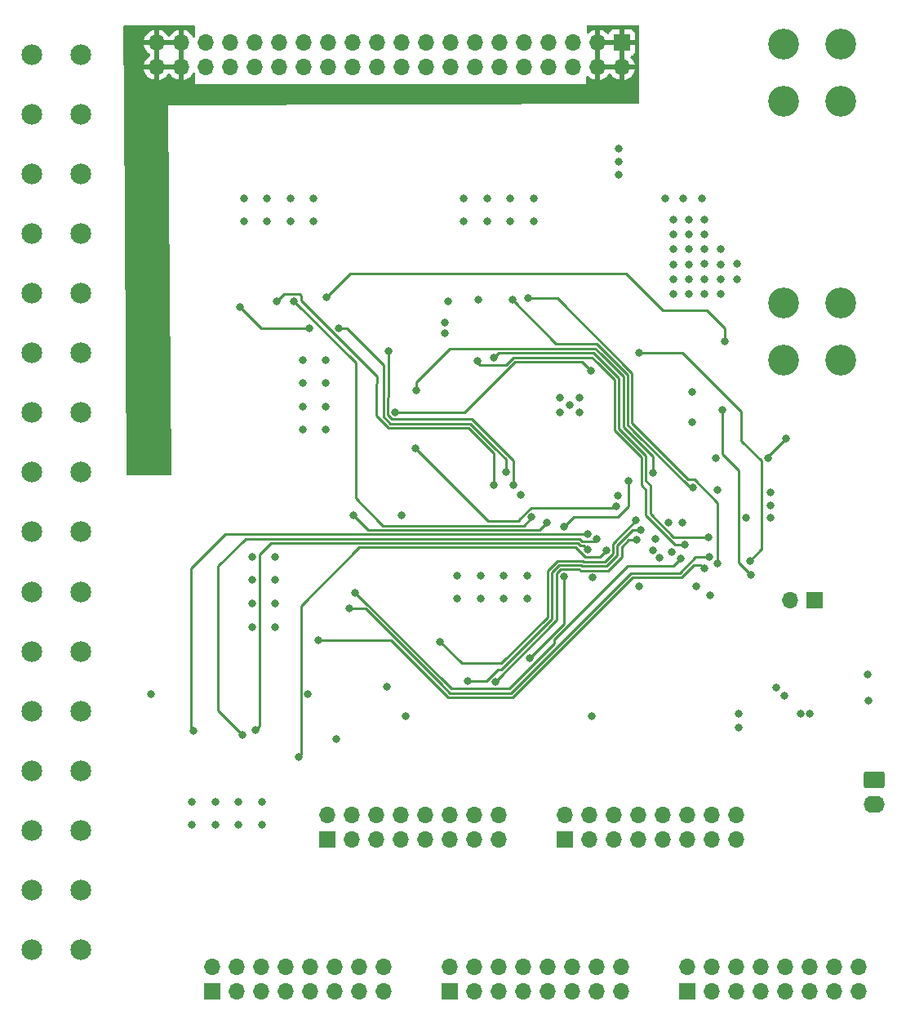
<source format=gbr>
%TF.GenerationSoftware,KiCad,Pcbnew,7.0.10*%
%TF.CreationDate,2024-04-30T00:05:14-07:00*%
%TF.ProjectId,control,636f6e74-726f-46c2-9e6b-696361645f70,A*%
%TF.SameCoordinates,Original*%
%TF.FileFunction,Copper,L4,Bot*%
%TF.FilePolarity,Positive*%
%FSLAX46Y46*%
G04 Gerber Fmt 4.6, Leading zero omitted, Abs format (unit mm)*
G04 Created by KiCad (PCBNEW 7.0.10) date 2024-04-30 00:05:14*
%MOMM*%
%LPD*%
G01*
G04 APERTURE LIST*
G04 Aperture macros list*
%AMRoundRect*
0 Rectangle with rounded corners*
0 $1 Rounding radius*
0 $2 $3 $4 $5 $6 $7 $8 $9 X,Y pos of 4 corners*
0 Add a 4 corners polygon primitive as box body*
4,1,4,$2,$3,$4,$5,$6,$7,$8,$9,$2,$3,0*
0 Add four circle primitives for the rounded corners*
1,1,$1+$1,$2,$3*
1,1,$1+$1,$4,$5*
1,1,$1+$1,$6,$7*
1,1,$1+$1,$8,$9*
0 Add four rect primitives between the rounded corners*
20,1,$1+$1,$2,$3,$4,$5,0*
20,1,$1+$1,$4,$5,$6,$7,0*
20,1,$1+$1,$6,$7,$8,$9,0*
20,1,$1+$1,$8,$9,$2,$3,0*%
G04 Aperture macros list end*
%TA.AperFunction,ComponentPad*%
%ADD10C,2.145000*%
%TD*%
%TA.AperFunction,ComponentPad*%
%ADD11R,1.700000X1.700000*%
%TD*%
%TA.AperFunction,ComponentPad*%
%ADD12O,1.700000X1.700000*%
%TD*%
%TA.AperFunction,ComponentPad*%
%ADD13C,3.200000*%
%TD*%
%TA.AperFunction,ComponentPad*%
%ADD14RoundRect,0.250000X-0.845000X0.620000X-0.845000X-0.620000X0.845000X-0.620000X0.845000X0.620000X0*%
%TD*%
%TA.AperFunction,ComponentPad*%
%ADD15O,2.190000X1.740000*%
%TD*%
%TA.AperFunction,ViaPad*%
%ADD16C,0.800000*%
%TD*%
%TA.AperFunction,Conductor*%
%ADD17C,0.250000*%
%TD*%
G04 APERTURE END LIST*
D10*
%TO.P,J27,1,P1*%
%TO.N,Net-(J27-P1-Pad1)*%
X83693000Y-94002800D03*
%TO.P,J27,2,P1*%
X88773000Y-94002800D03*
%TD*%
%TO.P,J26,1,P1*%
%TO.N,Net-(J26-P1-Pad1)*%
X83693000Y-87814400D03*
%TO.P,J26,2,P1*%
X88773000Y-87814400D03*
%TD*%
%TO.P,J25,1,P1*%
%TO.N,Net-(J25-P1-Pad1)*%
X83693000Y-81626000D03*
%TO.P,J25,2,P1*%
X88773000Y-81626000D03*
%TD*%
%TO.P,J24,1,P1*%
%TO.N,Net-(J24-P1-Pad1)*%
X83693000Y-75437600D03*
%TO.P,J24,2,P1*%
X88773000Y-75437600D03*
%TD*%
%TO.P,J23,1,P1*%
%TO.N,Net-(J23-P1-Pad1)*%
X83693000Y-69249200D03*
%TO.P,J23,2,P1*%
X88773000Y-69249200D03*
%TD*%
%TO.P,J22,1,P1*%
%TO.N,Net-(J22-P1-Pad1)*%
X83693000Y-63060800D03*
%TO.P,J22,2,P1*%
X88773000Y-63060800D03*
%TD*%
%TO.P,J21,1,P1*%
%TO.N,Net-(J21-P1-Pad1)*%
X83693000Y-56872400D03*
%TO.P,J21,2,P1*%
X88773000Y-56872400D03*
%TD*%
%TO.P,J20,1,P1*%
%TO.N,Net-(J20-P1-Pad1)*%
X83693000Y-50684000D03*
%TO.P,J20,2,P1*%
X88773000Y-50684000D03*
%TD*%
%TO.P,J19,1,P1*%
%TO.N,Net-(J19-P1-Pad1)*%
X83693000Y-143510000D03*
%TO.P,J19,2,P1*%
X88773000Y-143510000D03*
%TD*%
%TO.P,J18,1,P1*%
%TO.N,Net-(J18-P1-Pad1)*%
X83693000Y-137321600D03*
%TO.P,J18,2,P1*%
X88773000Y-137321600D03*
%TD*%
%TO.P,J17,1,P1*%
%TO.N,Net-(J17-P1-Pad1)*%
X83693000Y-131133200D03*
%TO.P,J17,2,P1*%
X88773000Y-131133200D03*
%TD*%
%TO.P,J16,1,P1*%
%TO.N,Net-(J16-P1-Pad1)*%
X83693000Y-124944800D03*
%TO.P,J16,2,P1*%
X88773000Y-124944800D03*
%TD*%
%TO.P,J15,1,P1*%
%TO.N,Net-(J15-P1-Pad1)*%
X83693000Y-118756400D03*
%TO.P,J15,2,P1*%
X88773000Y-118756400D03*
%TD*%
%TO.P,J14,1,P1*%
%TO.N,Net-(J14-P1-Pad1)*%
X83693000Y-112568000D03*
%TO.P,J14,2,P1*%
X88773000Y-112568000D03*
%TD*%
%TO.P,J13,1,P1*%
%TO.N,Net-(J13-P1-Pad1)*%
X83693000Y-106379600D03*
%TO.P,J13,2,P1*%
X88773000Y-106379600D03*
%TD*%
%TO.P,J12,1,P1*%
%TO.N,Net-(J12-P1-Pad1)*%
X83693000Y-100191200D03*
%TO.P,J12,2,P1*%
X88773000Y-100191200D03*
%TD*%
D11*
%TO.P,JP1,1,A*%
%TO.N,Net-(J11-VTref)*%
X164901800Y-107289600D03*
D12*
%TO.P,JP1,2,B*%
%TO.N,+3.3V*%
X162361800Y-107289600D03*
%TD*%
D13*
%TO.P,J2,1*%
%TO.N,GNDREF*%
X167566400Y-76466600D03*
X161696400Y-76466600D03*
X167566400Y-82336600D03*
X161696400Y-82336600D03*
%TD*%
D14*
%TO.P,J28,1,Pin_1*%
%TO.N,/RS485_B*%
X171074400Y-125933200D03*
D15*
%TO.P,J28,2,Pin_2*%
%TO.N,/RS485_A*%
X171074400Y-128473200D03*
%TD*%
D13*
%TO.P,J1,1*%
%TO.N,Net-(D2-A)*%
X167566400Y-49631600D03*
X161696400Y-49631600D03*
X167566400Y-55501600D03*
X161696400Y-55501600D03*
%TD*%
D11*
%TO.P,J5,1,Pin_1*%
%TO.N,unconnected-(J5-Pin_1-Pad1)*%
X151638000Y-147828000D03*
D12*
%TO.P,J5,2,Pin_2*%
%TO.N,unconnected-(J5-Pin_2-Pad2)*%
X151638000Y-145288000D03*
%TO.P,J5,3,Pin_3*%
%TO.N,unconnected-(J5-Pin_3-Pad3)*%
X154178000Y-147828000D03*
%TO.P,J5,4,Pin_4*%
%TO.N,unconnected-(J5-Pin_4-Pad4)*%
X154178000Y-145288000D03*
%TO.P,J5,5,Pin_5*%
%TO.N,unconnected-(J5-Pin_5-Pad5)*%
X156718000Y-147828000D03*
%TO.P,J5,6,Pin_6*%
%TO.N,COMP_1_LGT_EN*%
X156718000Y-145288000D03*
%TO.P,J5,7,Pin_7*%
%TO.N,unconnected-(J5-Pin_7-Pad7)*%
X159258000Y-147828000D03*
%TO.P,J5,8,Pin_8*%
%TO.N,COMP_2_LGT_EN*%
X159258000Y-145288000D03*
%TO.P,J5,9,Pin_9*%
%TO.N,unconnected-(J5-Pin_9-Pad9)*%
X161798000Y-147828000D03*
%TO.P,J5,10,Pin_10*%
%TO.N,COMP_3_LGT_EN*%
X161798000Y-145288000D03*
%TO.P,J5,11,Pin_11*%
%TO.N,unconnected-(J5-Pin_11-Pad11)*%
X164338000Y-147828000D03*
%TO.P,J5,12,Pin_12*%
%TO.N,COMP_4_LGT_EN*%
X164338000Y-145288000D03*
%TO.P,J5,13,Pin_13*%
%TO.N,unconnected-(J5-Pin_13-Pad13)*%
X166878000Y-147828000D03*
%TO.P,J5,14,Pin_14*%
%TO.N,COMP_5_LGT_EN*%
X166878000Y-145288000D03*
%TO.P,J5,15,Pin_15*%
%TO.N,unconnected-(J5-Pin_15-Pad15)*%
X169418000Y-147828000D03*
%TO.P,J5,16,Pin_16*%
%TO.N,unconnected-(J5-Pin_16-Pad16)*%
X169418000Y-145288000D03*
%TD*%
D11*
%TO.P,J4,1,Pin_1*%
%TO.N,unconnected-(J4-Pin_1-Pad1)*%
X127000000Y-147828000D03*
D12*
%TO.P,J4,2,Pin_2*%
%TO.N,unconnected-(J4-Pin_2-Pad2)*%
X127000000Y-145288000D03*
%TO.P,J4,3,Pin_3*%
%TO.N,unconnected-(J4-Pin_3-Pad3)*%
X129540000Y-147828000D03*
%TO.P,J4,4,Pin_4*%
%TO.N,unconnected-(J4-Pin_4-Pad4)*%
X129540000Y-145288000D03*
%TO.P,J4,5,Pin_5*%
%TO.N,unconnected-(J4-Pin_5-Pad5)*%
X132080000Y-147828000D03*
%TO.P,J4,6,Pin_6*%
%TO.N,MARKER_LGT_EN*%
X132080000Y-145288000D03*
%TO.P,J4,7,Pin_7*%
%TO.N,unconnected-(J4-Pin_7-Pad7)*%
X134620000Y-147828000D03*
%TO.P,J4,8,Pin_8*%
%TO.N,BACKUP_CHIME_EN*%
X134620000Y-145288000D03*
%TO.P,J4,9,Pin_9*%
%TO.N,unconnected-(J4-Pin_9-Pad9)*%
X137160000Y-147828000D03*
%TO.P,J4,10,Pin_10*%
%TO.N,FOG_LGT_EN*%
X137160000Y-145288000D03*
%TO.P,J4,11,Pin_11*%
%TO.N,unconnected-(J4-Pin_11-Pad11)*%
X139700000Y-147828000D03*
%TO.P,J4,12,Pin_12*%
%TO.N,FOG_LGT_EN*%
X139700000Y-145288000D03*
%TO.P,J4,13,Pin_13*%
%TO.N,unconnected-(J4-Pin_13-Pad13)*%
X142240000Y-147828000D03*
%TO.P,J4,14,Pin_14*%
%TO.N,ISECT_D_EN*%
X142240000Y-145288000D03*
%TO.P,J4,15,Pin_15*%
%TO.N,unconnected-(J4-Pin_15-Pad15)*%
X144780000Y-147828000D03*
%TO.P,J4,16,Pin_16*%
%TO.N,ISECT_P_EN*%
X144780000Y-145288000D03*
%TD*%
D11*
%TO.P,J10,1,Pin_1*%
%TO.N,+12V*%
X144900000Y-49460000D03*
D12*
%TO.P,J10,2,Pin_2*%
X144900000Y-52000000D03*
%TO.P,J10,3,Pin_3*%
X142360000Y-49460000D03*
%TO.P,J10,4,Pin_4*%
X142360000Y-52000000D03*
%TO.P,J10,5,Pin_5*%
%TO.N,GNDREF*%
X139820000Y-49460000D03*
%TO.P,J10,6,Pin_6*%
X139820000Y-52000000D03*
%TO.P,J10,7,Pin_7*%
X137280000Y-49460000D03*
%TO.P,J10,8,Pin_8*%
X137280000Y-52000000D03*
%TO.P,J10,9,Pin_9*%
%TO.N,/RS485_B*%
X134740000Y-49460000D03*
%TO.P,J10,10,Pin_10*%
%TO.N,/RS485_A*%
X134740000Y-52000000D03*
%TO.P,J10,11,Pin_11*%
%TO.N,CAB_SIGNAL_1*%
X132200000Y-49460000D03*
%TO.P,J10,12,Pin_12*%
%TO.N,CAB_SIGNAL_5*%
X132200000Y-52000000D03*
%TO.P,J10,13,Pin_13*%
%TO.N,CAB_SIGNAL_1*%
X129660000Y-49460000D03*
%TO.P,J10,14,Pin_14*%
%TO.N,CAB_SIGNAL_5*%
X129660000Y-52000000D03*
%TO.P,J10,15,Pin_15*%
%TO.N,CAB_SIGNAL_2*%
X127120000Y-49460000D03*
%TO.P,J10,16,Pin_16*%
%TO.N,CAB_SIGNAL_6*%
X127120000Y-52000000D03*
%TO.P,J10,17,Pin_17*%
%TO.N,CAB_SIGNAL_2*%
X124580000Y-49460000D03*
%TO.P,J10,18,Pin_18*%
%TO.N,CAB_SIGNAL_6*%
X124580000Y-52000000D03*
%TO.P,J10,19,Pin_19*%
%TO.N,CAB_SIGNAL_3*%
X122040000Y-49460000D03*
%TO.P,J10,20,Pin_20*%
%TO.N,CAB_SIGNAL_7*%
X122040000Y-52000000D03*
%TO.P,J10,21,Pin_21*%
%TO.N,CAB_SIGNAL_3*%
X119500000Y-49460000D03*
%TO.P,J10,22,Pin_22*%
%TO.N,CAB_SIGNAL_7*%
X119500000Y-52000000D03*
%TO.P,J10,23,Pin_23*%
%TO.N,CAB_SIGNAL_4*%
X116960000Y-49460000D03*
%TO.P,J10,24,Pin_24*%
%TO.N,CAB_SIGNAL_8*%
X116960000Y-52000000D03*
%TO.P,J10,25,Pin_25*%
%TO.N,CAB_SIGNAL_4*%
X114420000Y-49460000D03*
%TO.P,J10,26,Pin_26*%
%TO.N,CAB_SIGNAL_8*%
X114420000Y-52000000D03*
%TO.P,J10,27,Pin_27*%
%TO.N,unconnected-(J10-Pin_27-Pad27)*%
X111880000Y-49460000D03*
%TO.P,J10,28,Pin_28*%
%TO.N,unconnected-(J10-Pin_28-Pad28)*%
X111880000Y-52000000D03*
%TO.P,J10,29,Pin_29*%
%TO.N,unconnected-(J10-Pin_29-Pad29)*%
X109340000Y-49460000D03*
%TO.P,J10,30,Pin_30*%
%TO.N,unconnected-(J10-Pin_30-Pad30)*%
X109340000Y-52000000D03*
%TO.P,J10,31,Pin_31*%
%TO.N,unconnected-(J10-Pin_31-Pad31)*%
X106800000Y-49460000D03*
%TO.P,J10,32,Pin_32*%
%TO.N,unconnected-(J10-Pin_32-Pad32)*%
X106800000Y-52000000D03*
%TO.P,J10,33,Pin_33*%
%TO.N,GNDREF*%
X104260000Y-49460000D03*
%TO.P,J10,34,Pin_34*%
X104260000Y-52000000D03*
%TO.P,J10,35,Pin_35*%
X101720000Y-49460000D03*
%TO.P,J10,36,Pin_36*%
X101720000Y-52000000D03*
%TO.P,J10,37,Pin_37*%
%TO.N,+12V*%
X99180000Y-49460000D03*
%TO.P,J10,38,Pin_38*%
X99180000Y-52000000D03*
%TO.P,J10,39,Pin_39*%
X96640000Y-49460000D03*
%TO.P,J10,40,Pin_40*%
X96640000Y-52000000D03*
%TD*%
D11*
%TO.P,J3,1,Pin_1*%
%TO.N,unconnected-(J3-Pin_1-Pad1)*%
X102362000Y-147828000D03*
D12*
%TO.P,J3,2,Pin_2*%
%TO.N,unconnected-(J3-Pin_2-Pad2)*%
X102362000Y-145288000D03*
%TO.P,J3,3,Pin_3*%
%TO.N,unconnected-(J3-Pin_3-Pad3)*%
X104902000Y-147828000D03*
%TO.P,J3,4,Pin_4*%
%TO.N,unconnected-(J3-Pin_4-Pad4)*%
X104902000Y-145288000D03*
%TO.P,J3,5,Pin_5*%
%TO.N,unconnected-(J3-Pin_5-Pad5)*%
X107442000Y-147828000D03*
%TO.P,J3,6,Pin_6*%
%TO.N,FLOOD_D_EN*%
X107442000Y-145288000D03*
%TO.P,J3,7,Pin_7*%
%TO.N,unconnected-(J3-Pin_7-Pad7)*%
X109982000Y-147828000D03*
%TO.P,J3,8,Pin_8*%
%TO.N,FLOOD_D_EN*%
X109982000Y-145288000D03*
%TO.P,J3,9,Pin_9*%
%TO.N,unconnected-(J3-Pin_9-Pad9)*%
X112522000Y-147828000D03*
%TO.P,J3,10,Pin_10*%
%TO.N,FLOOD_R_EN*%
X112522000Y-145288000D03*
%TO.P,J3,11,Pin_11*%
%TO.N,unconnected-(J3-Pin_11-Pad11)*%
X115062000Y-147828000D03*
%TO.P,J3,12,Pin_12*%
%TO.N,FLOOD_R_EN*%
X115062000Y-145288000D03*
%TO.P,J3,13,Pin_13*%
%TO.N,unconnected-(J3-Pin_13-Pad13)*%
X117602000Y-147828000D03*
%TO.P,J3,14,Pin_14*%
%TO.N,FLOOD_P_EN*%
X117602000Y-145288000D03*
%TO.P,J3,15,Pin_15*%
%TO.N,unconnected-(J3-Pin_15-Pad15)*%
X120142000Y-147828000D03*
%TO.P,J3,16,Pin_16*%
%TO.N,FLOOD_P_EN*%
X120142000Y-145288000D03*
%TD*%
D11*
%TO.P,J7,1,Pin_1*%
%TO.N,unconnected-(J7-Pin_1-Pad1)*%
X138938000Y-132080000D03*
D12*
%TO.P,J7,2,Pin_2*%
%TO.N,unconnected-(J7-Pin_2-Pad2)*%
X138938000Y-129540000D03*
%TO.P,J7,3,Pin_3*%
%TO.N,unconnected-(J7-Pin_3-Pad3)*%
X141478000Y-132080000D03*
%TO.P,J7,4,Pin_4*%
%TO.N,unconnected-(J7-Pin_4-Pad4)*%
X141478000Y-129540000D03*
%TO.P,J7,5,Pin_5*%
%TO.N,unconnected-(J7-Pin_5-Pad5)*%
X144018000Y-132080000D03*
%TO.P,J7,6,Pin_6*%
%TO.N,AUX_4_EN*%
X144018000Y-129540000D03*
%TO.P,J7,7,Pin_7*%
%TO.N,unconnected-(J7-Pin_7-Pad7)*%
X146558000Y-132080000D03*
%TO.P,J7,8,Pin_8*%
%TO.N,AUX_5_EN*%
X146558000Y-129540000D03*
%TO.P,J7,9,Pin_9*%
%TO.N,unconnected-(J7-Pin_9-Pad9)*%
X149098000Y-132080000D03*
%TO.P,J7,10,Pin_10*%
%TO.N,unconnected-(J7-Pin_10-Pad10)*%
X149098000Y-129540000D03*
%TO.P,J7,11,Pin_11*%
%TO.N,unconnected-(J7-Pin_11-Pad11)*%
X151638000Y-132080000D03*
%TO.P,J7,12,Pin_12*%
%TO.N,unconnected-(J7-Pin_12-Pad12)*%
X151638000Y-129540000D03*
%TO.P,J7,13,Pin_13*%
%TO.N,unconnected-(J7-Pin_13-Pad13)*%
X154178000Y-132080000D03*
%TO.P,J7,14,Pin_14*%
%TO.N,unconnected-(J7-Pin_14-Pad14)*%
X154178000Y-129540000D03*
%TO.P,J7,15,Pin_15*%
%TO.N,unconnected-(J7-Pin_15-Pad15)*%
X156718000Y-132080000D03*
%TO.P,J7,16,Pin_16*%
%TO.N,unconnected-(J7-Pin_16-Pad16)*%
X156718000Y-129540000D03*
%TD*%
D11*
%TO.P,J6,1,Pin_1*%
%TO.N,unconnected-(J6-Pin_1-Pad1)*%
X114300000Y-132096000D03*
D12*
%TO.P,J6,2,Pin_2*%
%TO.N,unconnected-(J6-Pin_2-Pad2)*%
X114300000Y-129556000D03*
%TO.P,J6,3,Pin_3*%
%TO.N,unconnected-(J6-Pin_3-Pad3)*%
X116840000Y-132096000D03*
%TO.P,J6,4,Pin_4*%
%TO.N,unconnected-(J6-Pin_4-Pad4)*%
X116840000Y-129556000D03*
%TO.P,J6,5,Pin_5*%
%TO.N,unconnected-(J6-Pin_5-Pad5)*%
X119380000Y-132096000D03*
%TO.P,J6,6,Pin_6*%
%TO.N,AUX_1_EN*%
X119380000Y-129556000D03*
%TO.P,J6,7,Pin_7*%
%TO.N,unconnected-(J6-Pin_7-Pad7)*%
X121920000Y-132096000D03*
%TO.P,J6,8,Pin_8*%
%TO.N,AUX_2_EN*%
X121920000Y-129556000D03*
%TO.P,J6,9,Pin_9*%
%TO.N,unconnected-(J6-Pin_9-Pad9)*%
X124460000Y-132096000D03*
%TO.P,J6,10,Pin_10*%
%TO.N,AUX_3_EN*%
X124460000Y-129556000D03*
%TO.P,J6,11,Pin_11*%
%TO.N,unconnected-(J6-Pin_11-Pad11)*%
X127000000Y-132096000D03*
%TO.P,J6,12,Pin_12*%
%TO.N,unconnected-(J6-Pin_12-Pad12)*%
X127000000Y-129556000D03*
%TO.P,J6,13,Pin_13*%
%TO.N,unconnected-(J6-Pin_13-Pad13)*%
X129540000Y-132096000D03*
%TO.P,J6,14,Pin_14*%
%TO.N,unconnected-(J6-Pin_14-Pad14)*%
X129540000Y-129556000D03*
%TO.P,J6,15,Pin_15*%
%TO.N,unconnected-(J6-Pin_15-Pad15)*%
X132080000Y-132096000D03*
%TO.P,J6,16,Pin_16*%
%TO.N,unconnected-(J6-Pin_16-Pad16)*%
X132080000Y-129556000D03*
%TD*%
D16*
%TO.N,CAB_1_SENSE*%
X115519200Y-79044800D03*
X112471200Y-79044800D03*
%TO.N,COMP_5_SENSE*%
X120650000Y-81483200D03*
X133604000Y-95300800D03*
%TO.N,CAB_1_SENSE*%
X132842000Y-93980000D03*
%TO.N,CAB_2_SENSE*%
X131622800Y-95300800D03*
X146659600Y-105816400D03*
%TO.N,CAB_1_SENSE*%
X148793200Y-102870000D03*
%TO.N,COMP_5_SENSE*%
X148082000Y-102108000D03*
%TO.N,/RS485_B*%
X161747200Y-117195600D03*
%TO.N,/RS485_A*%
X160883600Y-116332000D03*
%TO.N,AUX_3_SENSE*%
X154787600Y-95859600D03*
X144272000Y-97536000D03*
%TO.N,CAB_3_SENSE*%
X141833600Y-104902000D03*
X135534400Y-98653600D03*
%TO.N,CAB_4_SENSE*%
X155295600Y-87579200D03*
X155549600Y-80416400D03*
X158242000Y-104648000D03*
%TO.N,SIDE_DOOR_SENSE*%
X158191200Y-103174800D03*
X146710400Y-81635600D03*
X141681200Y-83464400D03*
%TO.N,PARK_BRAKE_SENSE*%
X150063200Y-102311200D03*
%TO.N,MARKER_LIGHT_SENSE*%
X151028400Y-102971600D03*
%TO.N,SIDE_DOOR_SENSE*%
X121361200Y-87782400D03*
%TO.N,AUX_3_SENSE*%
X123494800Y-91541600D03*
%TO.N,CAB_8_SENSE*%
X129895600Y-82499200D03*
X151384000Y-101549200D03*
%TO.N,CAB_7_SENSE*%
X131572000Y-82143600D03*
X153873200Y-100736400D03*
%TO.N,CAB_5_SENSE*%
X154838400Y-103479600D03*
X135128000Y-75946000D03*
%TO.N,CAB_7_SENSE*%
X129997200Y-76149200D03*
%TO.N,CAB_8_SENSE*%
X126898400Y-76301600D03*
%TO.N,CAB_4_SENSE*%
X114249200Y-75844400D03*
%TO.N,CAB_3_SENSE*%
X110896400Y-76250800D03*
%TO.N,CAB_2_SENSE*%
X109067600Y-76250800D03*
%TO.N,CAB_1_SENSE*%
X105257600Y-76860400D03*
%TO.N,STOP_LIGHT_SENSE*%
X153416000Y-103987600D03*
%TO.N,REVERSE_LIGHT_SENSE*%
X153924000Y-102768400D03*
%TO.N,/MCU/#RESET*%
X160070800Y-92506800D03*
X161950400Y-90525600D03*
%TO.N,CAB_6_SENSE*%
X133553200Y-76149200D03*
X152247600Y-95605600D03*
%TO.N,GNDREF*%
X151180800Y-99263200D03*
%TO.N,+3.3V*%
X149758400Y-99212400D03*
%TO.N,REAR_DOOR_SENSE*%
X123545600Y-85496400D03*
X148082000Y-94081600D03*
%TO.N,+3.3V*%
X157734000Y-98704400D03*
%TO.N,GNDREF*%
X148336000Y-100888800D03*
%TO.N,PARK_BRAKE_SENSE*%
X137109200Y-99212400D03*
X117043200Y-98501200D03*
%TO.N,MARKER_LIGHT_SENSE*%
X117246400Y-106476800D03*
%TO.N,STOP_LIGHT_SENSE*%
X113436400Y-111404400D03*
%TO.N,REVERSE_LIGHT_SENSE*%
X116586000Y-108153200D03*
%TO.N,GNDREF*%
X134416800Y-96367600D03*
X144475200Y-96418400D03*
X160324800Y-98704400D03*
X160324800Y-97409000D03*
X160324800Y-96113600D03*
X154076400Y-106730800D03*
%TO.N,+3.3V*%
X152603200Y-105867200D03*
%TO.N,COMP_2_SENSE*%
X131775200Y-115722400D03*
%TO.N,COMP_3_SENSE*%
X128930400Y-115620800D03*
%TO.N,COMP_4_SENSE*%
X126034800Y-111556800D03*
%TO.N,COMP_2_SENSE*%
X146405600Y-101041200D03*
%TO.N,COMP_3_SENSE*%
X146812000Y-99974400D03*
%TO.N,COMP_4_SENSE*%
X146354800Y-99009200D03*
%TO.N,COMP_1_SENSE*%
X145592800Y-94945200D03*
X138887200Y-104800400D03*
X138887200Y-99669600D03*
X135331200Y-113284000D03*
%TO.N,GNDREF*%
X110506932Y-65582800D03*
X108085466Y-65582800D03*
X120497600Y-116230400D03*
X138430000Y-87757000D03*
X107543600Y-130556000D03*
X170434000Y-117703600D03*
X135077200Y-104749600D03*
X111760000Y-82346800D03*
X149352000Y-65633600D03*
X139446000Y-86995000D03*
X151257000Y-65633600D03*
X111760000Y-87189734D03*
X100279200Y-130556000D03*
X106527600Y-105189868D03*
X105664000Y-65582800D03*
X106527600Y-102768400D03*
X141782800Y-119329200D03*
X112928400Y-65582800D03*
X144526000Y-61823600D03*
X126492000Y-79603600D03*
X157022800Y-119024400D03*
X135737600Y-65582800D03*
X105122134Y-130556000D03*
X128473200Y-65582800D03*
X154635200Y-92506800D03*
X138430000Y-86233000D03*
X111760000Y-84768268D03*
X133316132Y-65582800D03*
X157022800Y-120497600D03*
X122021600Y-98501200D03*
X140462000Y-87757000D03*
X111760000Y-89611200D03*
X170383200Y-114960400D03*
X102700668Y-130556000D03*
X106527600Y-110032800D03*
X127812800Y-104749600D03*
X130234266Y-104749600D03*
X112318800Y-117043200D03*
X153162000Y-65633600D03*
X132655732Y-104749600D03*
X130894666Y-65582800D03*
X140462000Y-86233000D03*
X152196800Y-85699600D03*
X122478800Y-119329200D03*
X106527600Y-107611334D03*
X126492000Y-78486000D03*
X115265200Y-121666000D03*
X144526000Y-60452000D03*
X144526000Y-63195200D03*
X96062800Y-117043200D03*
%TO.N,+3.3V*%
X150266400Y-73964800D03*
X135737600Y-67970400D03*
X133316132Y-67970400D03*
X102700668Y-128168400D03*
X153466800Y-72420480D03*
X151841200Y-75498960D03*
X153466800Y-67818000D03*
X100279200Y-128168400D03*
X132655732Y-107137200D03*
X108085466Y-67970400D03*
X114147600Y-87189734D03*
X152196800Y-88849200D03*
X114147600Y-82346800D03*
X155143200Y-70896480D03*
X130894666Y-67970400D03*
X112928400Y-67970400D03*
X135077200Y-107137200D03*
X155143200Y-72430640D03*
X150266400Y-72430640D03*
X108915200Y-105189868D03*
X114147600Y-84768268D03*
X150266400Y-75498960D03*
X164388800Y-119024400D03*
X128473200Y-67970400D03*
X151841200Y-73964800D03*
X150266400Y-70896480D03*
X153466800Y-73954640D03*
X155143200Y-73964800D03*
X108915200Y-107611334D03*
X130234266Y-107137200D03*
X153466800Y-75488800D03*
X151841200Y-67828160D03*
X151841200Y-69362320D03*
X151841200Y-72430640D03*
X105664000Y-67970400D03*
X127812800Y-107137200D03*
X105122134Y-128168400D03*
X108915200Y-102768400D03*
X150266400Y-67828160D03*
X153466800Y-69352160D03*
X150266400Y-69362320D03*
X155143200Y-75498960D03*
X110506932Y-67970400D03*
X156870400Y-72420480D03*
X163423600Y-119024400D03*
X156870400Y-73954640D03*
X153466800Y-70886320D03*
X108915200Y-110032800D03*
X114147600Y-89611200D03*
X151841200Y-70896480D03*
X107543600Y-128168400D03*
%TO.N,+12V*%
X138684000Y-54610000D03*
X114808000Y-54711600D03*
X94589600Y-78130400D03*
X110337600Y-54711600D03*
X129540000Y-54610000D03*
X94792800Y-68478400D03*
X94488000Y-87477600D03*
X101346000Y-54711600D03*
X134112000Y-54610000D03*
X105867200Y-54711600D03*
X94742000Y-58470800D03*
%TO.N,HORN_SENSE*%
X105511600Y-121208800D03*
X142290800Y-100939600D03*
%TO.N,AUX_1_SENSE*%
X141376400Y-102057200D03*
X106883200Y-120751600D03*
%TO.N,AUX_2_SENSE*%
X143256000Y-102108000D03*
X111353600Y-123545600D03*
%TO.N,BATT_SW_SENSE*%
X100482400Y-120802400D03*
X141325600Y-100431600D03*
%TD*%
D17*
%TO.N,AUX_2_SENSE*%
X111353600Y-123494800D02*
X111593800Y-123254600D01*
X141076095Y-102782200D02*
X142581800Y-102782200D01*
X111593800Y-123254600D02*
X111593800Y-107840600D01*
X142581800Y-102782200D02*
X143256000Y-102108000D01*
X111593800Y-107840600D02*
X117652800Y-101781600D01*
X117652800Y-101781600D02*
X140075495Y-101781600D01*
X140075495Y-101781600D02*
X141076095Y-102782200D01*
%TO.N,COMP_2_SENSE*%
X146405600Y-101041200D02*
X145595592Y-101041200D01*
X145595592Y-101041200D02*
X144881000Y-101755792D01*
%TO.N,CAB_2_SENSE*%
X131622800Y-95300800D02*
X131622800Y-92052392D01*
X131622800Y-92052392D02*
X128978408Y-89408000D01*
X128978408Y-89408000D02*
X120688703Y-89408000D01*
X120688703Y-89408000D02*
X119430800Y-88150097D01*
X119430800Y-88150097D02*
X119430800Y-84836000D01*
X119430800Y-84836000D02*
X119481600Y-84785200D01*
X119481600Y-84785200D02*
X119481600Y-84032505D01*
X119481600Y-84032505D02*
X111621400Y-76172305D01*
X111621400Y-76172305D02*
X111621400Y-75655000D01*
X111621400Y-75655000D02*
X111455200Y-75488800D01*
X111455200Y-75488800D02*
X109829600Y-75488800D01*
X109829600Y-75488800D02*
X109067600Y-76250800D01*
%TO.N,CAB_1_SENSE*%
X115519200Y-79044800D02*
X115519200Y-79095600D01*
X112471200Y-79044800D02*
X112522000Y-79095600D01*
X107492800Y-79095600D02*
X112471200Y-79044800D01*
X105257600Y-76860400D02*
X107492800Y-79095600D01*
X116382800Y-79095600D02*
X115519200Y-79044800D01*
X117043200Y-79756000D02*
X116382800Y-79095600D01*
X120149200Y-88232101D02*
X120149200Y-87859309D01*
X120874499Y-88957400D02*
X120149200Y-88232101D01*
X131711002Y-91504198D02*
X129164204Y-88957400D01*
X129164204Y-88957400D02*
X120874499Y-88957400D01*
X132842000Y-93980000D02*
X132842000Y-92635196D01*
X120149200Y-87859309D02*
X120149200Y-82862000D01*
X132842000Y-92635196D02*
X131711002Y-91504198D01*
X120149200Y-82862000D02*
X117043200Y-79756000D01*
%TO.N,COMP_5_SENSE*%
X120650000Y-81483200D02*
X120650000Y-86207600D01*
X133604000Y-92760800D02*
X133604000Y-95300800D01*
X120650000Y-86207600D02*
X120599200Y-86258400D01*
X129350600Y-88507400D02*
X133604000Y-92760800D01*
X120599200Y-86258400D02*
X120599200Y-88045705D01*
X120599200Y-88045705D02*
X121060895Y-88507400D01*
X121060895Y-88507400D02*
X129350600Y-88507400D01*
%TO.N,AUX_3_SENSE*%
X144322800Y-97536000D02*
X144272000Y-97586800D01*
X144272000Y-97536000D02*
X144322800Y-97536000D01*
X144272000Y-97586800D02*
X144272000Y-97536000D01*
X144197800Y-97661000D02*
X144272000Y-97586800D01*
X135501695Y-97661000D02*
X144197800Y-97661000D01*
X134264400Y-98898295D02*
X135501695Y-97661000D01*
X131013200Y-99060000D02*
X132689600Y-99060000D01*
X123494800Y-91541600D02*
X131013200Y-99060000D01*
X132711200Y-99081600D02*
X134264400Y-99081600D01*
X134264400Y-99081600D02*
X134264400Y-98898295D01*
X132689600Y-99060000D02*
X132711200Y-99081600D01*
%TO.N,CAB_3_SENSE*%
X135585200Y-98653600D02*
X135534400Y-98704400D01*
X135534400Y-98653600D02*
X135585200Y-98653600D01*
X135534400Y-98704400D02*
X135534400Y-98653600D01*
X134707200Y-99531600D02*
X135534400Y-98704400D01*
X117297200Y-96723200D02*
X119786400Y-99212400D01*
X133197600Y-99531600D02*
X134707200Y-99531600D01*
X117297200Y-93167200D02*
X117297200Y-96723200D01*
X119786400Y-99212400D02*
X120105600Y-99531600D01*
X120105600Y-99531600D02*
X133197600Y-99531600D01*
X117297200Y-82651600D02*
X117297200Y-93167200D01*
X110896400Y-76250800D02*
X117297200Y-82651600D01*
%TO.N,CAB_4_SENSE*%
X155295600Y-87579200D02*
X155295600Y-92141895D01*
X155295600Y-92141895D02*
X156972000Y-93818295D01*
X156972000Y-93818295D02*
X156972000Y-103378000D01*
X156972000Y-103378000D02*
X158242000Y-104648000D01*
X155549600Y-79095600D02*
X155549600Y-80416400D01*
X153670000Y-77216000D02*
X155549600Y-79095600D01*
X116687600Y-73406000D02*
X145338800Y-73406000D01*
X114249200Y-75844400D02*
X116687600Y-73406000D01*
X145338800Y-73406000D02*
X149148800Y-77216000D01*
X149148800Y-77216000D02*
X153670000Y-77216000D01*
%TO.N,SIDE_DOOR_SENSE*%
X159308800Y-102057200D02*
X158191200Y-103174800D01*
X159359600Y-92820905D02*
X159359600Y-99263200D01*
X157276800Y-87731600D02*
X157276800Y-90738105D01*
X146710400Y-81635600D02*
X151180800Y-81635600D01*
X157276800Y-90738105D02*
X159359600Y-92820905D01*
X151180800Y-81635600D02*
X157276800Y-87731600D01*
X159359600Y-102006400D02*
X159308800Y-102057200D01*
X159359600Y-99263200D02*
X159359600Y-102006400D01*
X140745200Y-82528400D02*
X141681200Y-83464400D01*
X138074400Y-82528400D02*
X140745200Y-82528400D01*
X133841196Y-82528400D02*
X138074400Y-82528400D01*
X133762598Y-82606998D02*
X133841196Y-82528400D01*
X121361200Y-87782400D02*
X128587196Y-87782400D01*
X128587196Y-87782400D02*
X133762598Y-82606998D01*
%TO.N,MARKER_LIGHT_SENSE*%
X117246400Y-106476800D02*
X127217000Y-116447400D01*
X127217000Y-116447400D02*
X133193105Y-116447400D01*
X133193105Y-116447400D02*
X137884598Y-111755907D01*
X137884598Y-111755907D02*
X137884598Y-111366998D01*
X137884598Y-111366998D02*
X145517996Y-103733600D01*
X145517996Y-103733600D02*
X150266400Y-103733600D01*
X150266400Y-103733600D02*
X151028400Y-102971600D01*
%TO.N,STOP_LIGHT_SENSE*%
X113436400Y-111404400D02*
X120901208Y-111404400D01*
X152325196Y-103632000D02*
X153060400Y-103632000D01*
X120901208Y-111404400D02*
X126844208Y-117347400D01*
X126844208Y-117347400D02*
X133565897Y-117347400D01*
X151062396Y-104894800D02*
X152325196Y-103632000D01*
X133565897Y-117347400D02*
X146018497Y-104894800D01*
X146018497Y-104894800D02*
X151062396Y-104894800D01*
X153060400Y-103632000D02*
X153416000Y-103987600D01*
%TO.N,CAB_8_SENSE*%
X129794000Y-82499200D02*
X129895600Y-82600800D01*
X129895600Y-82499200D02*
X129794000Y-82499200D01*
X129895600Y-82600800D02*
X129895600Y-82499200D01*
X146907000Y-95345000D02*
X146907000Y-93370400D01*
X151384000Y-101549200D02*
X150418800Y-101549200D01*
X147370800Y-98501200D02*
X147370800Y-96164400D01*
X144134000Y-85598000D02*
X144134000Y-84446792D01*
X147828000Y-98958400D02*
X147370800Y-98501200D01*
X147370800Y-96164400D02*
X147370800Y-95808800D01*
X146907000Y-93370400D02*
X146907000Y-92427814D01*
X146907000Y-92427814D02*
X144358993Y-89879807D01*
X136601200Y-82078400D02*
X133654800Y-82078400D01*
X142340204Y-82652996D02*
X141765608Y-82078400D01*
X144358993Y-89879807D02*
X144134000Y-89654814D01*
X133654800Y-82078400D02*
X132864600Y-82868600D01*
X132864600Y-82868600D02*
X130163400Y-82868600D01*
X130163400Y-82868600D02*
X129895600Y-82600800D01*
X150418800Y-101549200D02*
X147828000Y-98958400D01*
X144134000Y-84446792D02*
X142340204Y-82652996D01*
X147370800Y-95808800D02*
X147015200Y-95453200D01*
X141765608Y-82078400D02*
X136601200Y-82078400D01*
X147015200Y-95453200D02*
X146907000Y-95345000D01*
X144134000Y-89654814D02*
X144134000Y-85598000D01*
%TO.N,CAB_7_SENSE*%
X144584000Y-89468418D02*
X144584000Y-86969600D01*
X141952004Y-81628400D02*
X133604000Y-81628400D01*
X146607591Y-91492009D02*
X144584000Y-89468418D01*
X147828000Y-98307305D02*
X147828000Y-95351600D01*
X147828000Y-95351600D02*
X147357000Y-94880600D01*
X133604000Y-81628400D02*
X132087200Y-81628400D01*
X150257095Y-100736400D02*
X147828000Y-98307305D01*
X153873200Y-100736400D02*
X150257095Y-100736400D01*
X147357000Y-92241418D02*
X146607591Y-91492009D01*
X132087200Y-81628400D02*
X131572000Y-82143600D01*
X147357000Y-94880600D02*
X147357000Y-92241418D01*
X144584000Y-84260396D02*
X141952004Y-81628400D01*
X144584000Y-86969600D02*
X144584000Y-84260396D01*
%TO.N,CAB_5_SENSE*%
X154838400Y-103479600D02*
X154838400Y-97171095D01*
X154838400Y-97171095D02*
X152421120Y-94753815D01*
X152421120Y-94753815D02*
X151778585Y-94753815D01*
X151778585Y-94753815D02*
X145934000Y-88909230D01*
X145934000Y-88909230D02*
X145934000Y-83701208D01*
X145934000Y-83701208D02*
X138178792Y-75946000D01*
X138178792Y-75946000D02*
X135128000Y-75946000D01*
%TO.N,STOP_LIGHT_SENSE*%
X153466800Y-103987600D02*
X153365200Y-104089200D01*
X153416000Y-103987600D02*
X153466800Y-103987600D01*
X153416000Y-104038400D02*
X153416000Y-103987600D01*
%TO.N,REVERSE_LIGHT_SENSE*%
X153924000Y-102768400D02*
X153822400Y-102768400D01*
X152552400Y-102768400D02*
X153924000Y-102768400D01*
X150876000Y-104444800D02*
X152552400Y-102768400D01*
X145832101Y-104444800D02*
X150876000Y-104444800D01*
X136314451Y-113962450D02*
X145832101Y-104444800D01*
X118286404Y-108153200D02*
X126072202Y-115938998D01*
X116586000Y-108153200D02*
X118286404Y-108153200D01*
X126072202Y-115938998D02*
X127030604Y-116897400D01*
X127030604Y-116897400D02*
X133379501Y-116897400D01*
X133379501Y-116897400D02*
X136314451Y-113962450D01*
%TO.N,COMP_4_SENSE*%
X146354800Y-99009200D02*
X143981000Y-101383000D01*
X143981000Y-101383000D02*
X143981000Y-102408305D01*
X143981000Y-102408305D02*
X143112905Y-103276400D01*
X143112905Y-103276400D02*
X140933899Y-103276400D01*
X140933899Y-103276400D02*
X140832899Y-103175400D01*
X140832899Y-103175400D02*
X138199715Y-103175400D01*
X138199715Y-103175400D02*
X137160000Y-104215115D01*
X137160000Y-104215115D02*
X137160000Y-109064808D01*
X137160000Y-109064808D02*
X132408804Y-113816004D01*
X132408804Y-113816004D02*
X128294004Y-113816004D01*
X128294004Y-113816004D02*
X126034800Y-111556800D01*
%TO.N,COMP_3_SENSE*%
X146812000Y-99974400D02*
X146025996Y-99974400D01*
X146025996Y-99974400D02*
X144431000Y-101569396D01*
X144431000Y-101569396D02*
X144431000Y-102594701D01*
X144431000Y-102594701D02*
X143299301Y-103726400D01*
X130851495Y-115620800D02*
X128930400Y-115620800D01*
X143299301Y-103726400D02*
X140747503Y-103726400D01*
X132007893Y-114464402D02*
X130851495Y-115620800D01*
X140747503Y-103726400D02*
X140646503Y-103625400D01*
X140646503Y-103625400D02*
X138386111Y-103625400D01*
X138386111Y-103625400D02*
X137617200Y-104394311D01*
X137617200Y-104394311D02*
X137617200Y-109244004D01*
X137617200Y-109244004D02*
X132396802Y-114464402D01*
X132396802Y-114464402D02*
X132007893Y-114464402D01*
%TO.N,COMP_2_SENSE*%
X140561107Y-104176400D02*
X140460107Y-104075400D01*
X144881000Y-101755792D02*
X144881000Y-102781097D01*
X138162200Y-104485707D02*
X138162200Y-109335400D01*
X144881000Y-102781097D02*
X143485697Y-104176400D01*
X138162200Y-109335400D02*
X131775200Y-115722400D01*
X143485697Y-104176400D02*
X140561107Y-104176400D01*
X140460107Y-104075400D02*
X138572507Y-104075400D01*
X138572507Y-104075400D02*
X138162200Y-104485707D01*
%TO.N,/MCU/#RESET*%
X160070800Y-92506800D02*
X160070800Y-92405200D01*
X160070800Y-92405200D02*
X161950400Y-90525600D01*
%TO.N,CAB_6_SENSE*%
X138074400Y-80670400D02*
X133553200Y-76149200D01*
X145484000Y-89095626D02*
X145484000Y-84937600D01*
X140868400Y-80670400D02*
X138074400Y-80670400D01*
X146202587Y-89814213D02*
X145484000Y-89095626D01*
X152247600Y-95605600D02*
X151993974Y-95605600D01*
X151993974Y-95605600D02*
X146202587Y-89814213D01*
X145484000Y-84937600D02*
X145484000Y-83887604D01*
X145484000Y-83887604D02*
X142266796Y-80670400D01*
X142266796Y-80670400D02*
X140868400Y-80670400D01*
%TO.N,REAR_DOOR_SENSE*%
X142697200Y-81737200D02*
X142138400Y-81178400D01*
X123545600Y-84683600D02*
X123545600Y-85445600D01*
X145034000Y-89282022D02*
X145034000Y-87020400D01*
X148082000Y-92330022D02*
X145034000Y-89282022D01*
X148082000Y-94081600D02*
X148082000Y-92330022D01*
X127050800Y-81178400D02*
X123545600Y-84683600D01*
X142138400Y-81178400D02*
X128676400Y-81178400D01*
X145034000Y-87020400D02*
X145034000Y-84074000D01*
X128676400Y-81178400D02*
X127050800Y-81178400D01*
X145034000Y-84074000D02*
X142697200Y-81737200D01*
%TO.N,PARK_BRAKE_SENSE*%
X137109200Y-99212400D02*
X137058400Y-99263200D01*
X136340000Y-99981600D02*
X137109200Y-99212400D01*
X136296400Y-99981600D02*
X136340000Y-99981600D01*
X117043200Y-98501200D02*
X118523600Y-99981600D01*
X118523600Y-99981600D02*
X136296400Y-99981600D01*
%TO.N,COMP_2_SENSE*%
X131930732Y-115516068D02*
X131775200Y-115671600D01*
%TO.N,COMP_1_SENSE*%
X138887200Y-99669600D02*
X139903200Y-98653600D01*
X138887200Y-109728000D02*
X138887200Y-104800400D01*
X138887200Y-104800400D02*
X138887200Y-104902000D01*
X144474178Y-98653600D02*
X145592800Y-97534978D01*
X139903200Y-98653600D02*
X144474178Y-98653600D01*
X145592800Y-97534978D02*
X145592800Y-94945200D01*
X135331200Y-113284000D02*
X138887200Y-109728000D01*
%TO.N,HORN_SENSE*%
X140787800Y-101156600D02*
X140512800Y-100881600D01*
X103022400Y-118059200D02*
X103022400Y-118719600D01*
X142290800Y-100939600D02*
X142073800Y-101156600D01*
X105511600Y-121208800D02*
X105460800Y-121158000D01*
X103022400Y-103726400D02*
X103022400Y-118059200D01*
X142073800Y-101156600D02*
X140787800Y-101156600D01*
X103022400Y-118719600D02*
X105511600Y-121208800D01*
X140512800Y-100881600D02*
X105867200Y-100881600D01*
X105867200Y-100881600D02*
X103022400Y-103726400D01*
%TO.N,AUX_1_SENSE*%
X107289600Y-120294400D02*
X107289600Y-102514400D01*
X140326404Y-101331600D02*
X140601404Y-101606600D01*
X108472400Y-101331600D02*
X140326404Y-101331600D01*
X106883200Y-120700800D02*
X107289600Y-120294400D01*
X107289600Y-102514400D02*
X108472400Y-101331600D01*
X140601404Y-101606600D02*
X140925800Y-101606600D01*
X140925800Y-101606600D02*
X141376400Y-102057200D01*
%TO.N,BATT_SW_SENSE*%
X103733600Y-100431600D02*
X100177600Y-103987600D01*
X100177600Y-120497600D02*
X100482400Y-120802400D01*
X100177600Y-103987600D02*
X100177600Y-120497600D01*
X141325600Y-100431600D02*
X103733600Y-100431600D01*
%TD*%
%TA.AperFunction,Conductor*%
%TO.N,+12V*%
G36*
X146653439Y-47670085D02*
G01*
X146699194Y-47722889D01*
X146710400Y-47774400D01*
X146710400Y-55654786D01*
X146690715Y-55721825D01*
X146637911Y-55767580D01*
X146586786Y-55778785D01*
X97790000Y-55930799D01*
X98195074Y-94210288D01*
X98176100Y-94277532D01*
X98123783Y-94323843D01*
X98071081Y-94335600D01*
X93595193Y-94335600D01*
X93528154Y-94315915D01*
X93482399Y-94263111D01*
X93471196Y-94212410D01*
X93220266Y-55778400D01*
X93168020Y-47776059D01*
X93187266Y-47708894D01*
X93239770Y-47662795D01*
X93292857Y-47651254D01*
X100511644Y-47700362D01*
X100578548Y-47720502D01*
X100623942Y-47773616D01*
X100634800Y-47824359D01*
X100634800Y-48826128D01*
X100615115Y-48893167D01*
X100562311Y-48938922D01*
X100493153Y-48948866D01*
X100429597Y-48919841D01*
X100398418Y-48878533D01*
X100353600Y-48782422D01*
X100353599Y-48782420D01*
X100218113Y-48588926D01*
X100218108Y-48588920D01*
X100051082Y-48421894D01*
X99857578Y-48286399D01*
X99643492Y-48186570D01*
X99643486Y-48186567D01*
X99430000Y-48129364D01*
X99430000Y-49024498D01*
X99322315Y-48975320D01*
X99215763Y-48960000D01*
X99144237Y-48960000D01*
X99037685Y-48975320D01*
X98930000Y-49024498D01*
X98930000Y-48129364D01*
X98929999Y-48129364D01*
X98716513Y-48186567D01*
X98716507Y-48186570D01*
X98502422Y-48286399D01*
X98502420Y-48286400D01*
X98308926Y-48421886D01*
X98308920Y-48421891D01*
X98141891Y-48588920D01*
X98141890Y-48588922D01*
X98011575Y-48775031D01*
X97956998Y-48818655D01*
X97887499Y-48825848D01*
X97825145Y-48794326D01*
X97808425Y-48775031D01*
X97678109Y-48588922D01*
X97678108Y-48588920D01*
X97511082Y-48421894D01*
X97317578Y-48286399D01*
X97103492Y-48186570D01*
X97103486Y-48186567D01*
X96890000Y-48129364D01*
X96890000Y-49024498D01*
X96782315Y-48975320D01*
X96675763Y-48960000D01*
X96604237Y-48960000D01*
X96497685Y-48975320D01*
X96390000Y-49024498D01*
X96390000Y-48129364D01*
X96389999Y-48129364D01*
X96176513Y-48186567D01*
X96176507Y-48186570D01*
X95962422Y-48286399D01*
X95962420Y-48286400D01*
X95768926Y-48421886D01*
X95768920Y-48421891D01*
X95601891Y-48588920D01*
X95601886Y-48588926D01*
X95466400Y-48782420D01*
X95466399Y-48782422D01*
X95366570Y-48996507D01*
X95366567Y-48996513D01*
X95309364Y-49209999D01*
X95309364Y-49210000D01*
X96206314Y-49210000D01*
X96180507Y-49250156D01*
X96140000Y-49388111D01*
X96140000Y-49531889D01*
X96180507Y-49669844D01*
X96206314Y-49710000D01*
X95309364Y-49710000D01*
X95366567Y-49923486D01*
X95366570Y-49923492D01*
X95466399Y-50137578D01*
X95601894Y-50331082D01*
X95768917Y-50498105D01*
X95955031Y-50628425D01*
X95998656Y-50683003D01*
X96005848Y-50752501D01*
X95974326Y-50814856D01*
X95955031Y-50831575D01*
X95768922Y-50961890D01*
X95768920Y-50961891D01*
X95601891Y-51128920D01*
X95601886Y-51128926D01*
X95466400Y-51322420D01*
X95466399Y-51322422D01*
X95366570Y-51536507D01*
X95366567Y-51536513D01*
X95309364Y-51749999D01*
X95309364Y-51750000D01*
X96206314Y-51750000D01*
X96180507Y-51790156D01*
X96140000Y-51928111D01*
X96140000Y-52071889D01*
X96180507Y-52209844D01*
X96206314Y-52250000D01*
X95309364Y-52250000D01*
X95366567Y-52463486D01*
X95366570Y-52463492D01*
X95466399Y-52677578D01*
X95601894Y-52871082D01*
X95768917Y-53038105D01*
X95962421Y-53173600D01*
X96176507Y-53273429D01*
X96176516Y-53273433D01*
X96390000Y-53330634D01*
X96390000Y-52435501D01*
X96497685Y-52484680D01*
X96604237Y-52500000D01*
X96675763Y-52500000D01*
X96782315Y-52484680D01*
X96890000Y-52435501D01*
X96890000Y-53330633D01*
X97103483Y-53273433D01*
X97103492Y-53273429D01*
X97317578Y-53173600D01*
X97511082Y-53038105D01*
X97678105Y-52871082D01*
X97808425Y-52684968D01*
X97863002Y-52641344D01*
X97932501Y-52634151D01*
X97994855Y-52665673D01*
X98011575Y-52684968D01*
X98141894Y-52871082D01*
X98308917Y-53038105D01*
X98502421Y-53173600D01*
X98716507Y-53273429D01*
X98716516Y-53273433D01*
X98930000Y-53330634D01*
X98930000Y-52435501D01*
X99037685Y-52484680D01*
X99144237Y-52500000D01*
X99215763Y-52500000D01*
X99322315Y-52484680D01*
X99430000Y-52435501D01*
X99430000Y-53330633D01*
X99643483Y-53273433D01*
X99643492Y-53273429D01*
X99857578Y-53173600D01*
X100051082Y-53038105D01*
X100218105Y-52871082D01*
X100353600Y-52677578D01*
X100398418Y-52581466D01*
X100444590Y-52529027D01*
X100511784Y-52509875D01*
X100578665Y-52530091D01*
X100623999Y-52583256D01*
X100634800Y-52633871D01*
X100634800Y-53797200D01*
X141173200Y-53797200D01*
X141179564Y-53027083D01*
X141199802Y-52960211D01*
X141252982Y-52914894D01*
X141322221Y-52905522D01*
X141385534Y-52935071D01*
X141391241Y-52940429D01*
X141488917Y-53038105D01*
X141682421Y-53173600D01*
X141896507Y-53273429D01*
X141896516Y-53273433D01*
X142110000Y-53330634D01*
X142110000Y-52435501D01*
X142217685Y-52484680D01*
X142324237Y-52500000D01*
X142395763Y-52500000D01*
X142502315Y-52484680D01*
X142610000Y-52435501D01*
X142610000Y-53330634D01*
X142823483Y-53273433D01*
X142823492Y-53273429D01*
X143037578Y-53173600D01*
X143231082Y-53038105D01*
X143398105Y-52871082D01*
X143528425Y-52684968D01*
X143583002Y-52641344D01*
X143652501Y-52634151D01*
X143714855Y-52665673D01*
X143731575Y-52684968D01*
X143861894Y-52871082D01*
X144028917Y-53038105D01*
X144222421Y-53173600D01*
X144436507Y-53273429D01*
X144436516Y-53273433D01*
X144650000Y-53330634D01*
X144650000Y-52435501D01*
X144757685Y-52484680D01*
X144864237Y-52500000D01*
X144935763Y-52500000D01*
X145042315Y-52484680D01*
X145150000Y-52435501D01*
X145150000Y-53330634D01*
X145363483Y-53273433D01*
X145363492Y-53273429D01*
X145577578Y-53173600D01*
X145771082Y-53038105D01*
X145938105Y-52871082D01*
X146073600Y-52677578D01*
X146173429Y-52463492D01*
X146173432Y-52463486D01*
X146230636Y-52250000D01*
X145333686Y-52250000D01*
X145359493Y-52209844D01*
X145400000Y-52071889D01*
X145400000Y-51928111D01*
X145359493Y-51790156D01*
X145333686Y-51750000D01*
X146230636Y-51750000D01*
X146230635Y-51749999D01*
X146173432Y-51536513D01*
X146173429Y-51536507D01*
X146073600Y-51322422D01*
X146073599Y-51322420D01*
X145938113Y-51128926D01*
X145938108Y-51128920D01*
X145815665Y-51006477D01*
X145782180Y-50945154D01*
X145787164Y-50875462D01*
X145829036Y-50819529D01*
X145860013Y-50802614D01*
X145992086Y-50753354D01*
X145992093Y-50753350D01*
X146107187Y-50667190D01*
X146107190Y-50667187D01*
X146193350Y-50552093D01*
X146193354Y-50552086D01*
X146243596Y-50417379D01*
X146243598Y-50417372D01*
X146249999Y-50357844D01*
X146250000Y-50357827D01*
X146250000Y-49710000D01*
X145333686Y-49710000D01*
X145359493Y-49669844D01*
X145400000Y-49531889D01*
X145400000Y-49388111D01*
X145359493Y-49250156D01*
X145333686Y-49210000D01*
X146250000Y-49210000D01*
X146250000Y-48562172D01*
X146249999Y-48562155D01*
X146243598Y-48502627D01*
X146243596Y-48502620D01*
X146193354Y-48367913D01*
X146193350Y-48367906D01*
X146107190Y-48252812D01*
X146107187Y-48252809D01*
X145992093Y-48166649D01*
X145992086Y-48166645D01*
X145857379Y-48116403D01*
X145857372Y-48116401D01*
X145797844Y-48110000D01*
X145150000Y-48110000D01*
X145150000Y-49024498D01*
X145042315Y-48975320D01*
X144935763Y-48960000D01*
X144864237Y-48960000D01*
X144757685Y-48975320D01*
X144650000Y-49024498D01*
X144650000Y-48110000D01*
X144002155Y-48110000D01*
X143942627Y-48116401D01*
X143942620Y-48116403D01*
X143807913Y-48166645D01*
X143807906Y-48166649D01*
X143692812Y-48252809D01*
X143692809Y-48252812D01*
X143606649Y-48367906D01*
X143606646Y-48367911D01*
X143557385Y-48499987D01*
X143515513Y-48555920D01*
X143450049Y-48580337D01*
X143381776Y-48565485D01*
X143353522Y-48544334D01*
X143231082Y-48421894D01*
X143037578Y-48286399D01*
X142823492Y-48186570D01*
X142823486Y-48186567D01*
X142610000Y-48129364D01*
X142610000Y-49024498D01*
X142502315Y-48975320D01*
X142395763Y-48960000D01*
X142324237Y-48960000D01*
X142217685Y-48975320D01*
X142110000Y-49024498D01*
X142110000Y-48129364D01*
X142109999Y-48129364D01*
X141896513Y-48186567D01*
X141896507Y-48186570D01*
X141682422Y-48286399D01*
X141682420Y-48286400D01*
X141488926Y-48421886D01*
X141429542Y-48481270D01*
X141368218Y-48514754D01*
X141298527Y-48509769D01*
X141242593Y-48467898D01*
X141218177Y-48402433D01*
X141217866Y-48392598D01*
X141222037Y-47887822D01*
X141222984Y-47773375D01*
X141243222Y-47706500D01*
X141296403Y-47661184D01*
X141346980Y-47650400D01*
X146586400Y-47650400D01*
X146653439Y-47670085D01*
G37*
%TD.AperFunction*%
%TA.AperFunction,Conductor*%
G36*
X98720507Y-51790156D02*
G01*
X98680000Y-51928111D01*
X98680000Y-52071889D01*
X98720507Y-52209844D01*
X98746314Y-52250000D01*
X97073686Y-52250000D01*
X97099493Y-52209844D01*
X97140000Y-52071889D01*
X97140000Y-51928111D01*
X97099493Y-51790156D01*
X97073686Y-51750000D01*
X98746314Y-51750000D01*
X98720507Y-51790156D01*
G37*
%TD.AperFunction*%
%TA.AperFunction,Conductor*%
G36*
X144440507Y-51790156D02*
G01*
X144400000Y-51928111D01*
X144400000Y-52071889D01*
X144440507Y-52209844D01*
X144466314Y-52250000D01*
X142793686Y-52250000D01*
X142819493Y-52209844D01*
X142860000Y-52071889D01*
X142860000Y-51928111D01*
X142819493Y-51790156D01*
X142793686Y-51750000D01*
X144466314Y-51750000D01*
X144440507Y-51790156D01*
G37*
%TD.AperFunction*%
%TA.AperFunction,Conductor*%
G36*
X96890000Y-51564498D02*
G01*
X96782315Y-51515320D01*
X96675763Y-51500000D01*
X96604237Y-51500000D01*
X96497685Y-51515320D01*
X96390000Y-51564498D01*
X96390000Y-49895501D01*
X96497685Y-49944680D01*
X96604237Y-49960000D01*
X96675763Y-49960000D01*
X96782315Y-49944680D01*
X96890000Y-49895501D01*
X96890000Y-51564498D01*
G37*
%TD.AperFunction*%
%TA.AperFunction,Conductor*%
G36*
X99430000Y-51564498D02*
G01*
X99322315Y-51515320D01*
X99215763Y-51500000D01*
X99144237Y-51500000D01*
X99037685Y-51515320D01*
X98930000Y-51564498D01*
X98930000Y-49895501D01*
X99037685Y-49944680D01*
X99144237Y-49960000D01*
X99215763Y-49960000D01*
X99322315Y-49944680D01*
X99430000Y-49895501D01*
X99430000Y-51564498D01*
G37*
%TD.AperFunction*%
%TA.AperFunction,Conductor*%
G36*
X142610000Y-51564498D02*
G01*
X142502315Y-51515320D01*
X142395763Y-51500000D01*
X142324237Y-51500000D01*
X142217685Y-51515320D01*
X142110000Y-51564498D01*
X142110000Y-49895501D01*
X142217685Y-49944680D01*
X142324237Y-49960000D01*
X142395763Y-49960000D01*
X142502315Y-49944680D01*
X142610000Y-49895501D01*
X142610000Y-51564498D01*
G37*
%TD.AperFunction*%
%TA.AperFunction,Conductor*%
G36*
X145150000Y-51564498D02*
G01*
X145042315Y-51515320D01*
X144935763Y-51500000D01*
X144864237Y-51500000D01*
X144757685Y-51515320D01*
X144650000Y-51564498D01*
X144650000Y-49895501D01*
X144757685Y-49944680D01*
X144864237Y-49960000D01*
X144935763Y-49960000D01*
X145042315Y-49944680D01*
X145150000Y-49895501D01*
X145150000Y-51564498D01*
G37*
%TD.AperFunction*%
%TA.AperFunction,Conductor*%
G36*
X98720507Y-49250156D02*
G01*
X98680000Y-49388111D01*
X98680000Y-49531889D01*
X98720507Y-49669844D01*
X98746314Y-49710000D01*
X97073686Y-49710000D01*
X97099493Y-49669844D01*
X97140000Y-49531889D01*
X97140000Y-49388111D01*
X97099493Y-49250156D01*
X97073686Y-49210000D01*
X98746314Y-49210000D01*
X98720507Y-49250156D01*
G37*
%TD.AperFunction*%
%TA.AperFunction,Conductor*%
G36*
X144440507Y-49250156D02*
G01*
X144400000Y-49388111D01*
X144400000Y-49531889D01*
X144440507Y-49669844D01*
X144466314Y-49710000D01*
X142793686Y-49710000D01*
X142819493Y-49669844D01*
X142860000Y-49531889D01*
X142860000Y-49388111D01*
X142819493Y-49250156D01*
X142793686Y-49210000D01*
X144466314Y-49210000D01*
X144440507Y-49250156D01*
G37*
%TD.AperFunction*%
%TD*%
M02*

</source>
